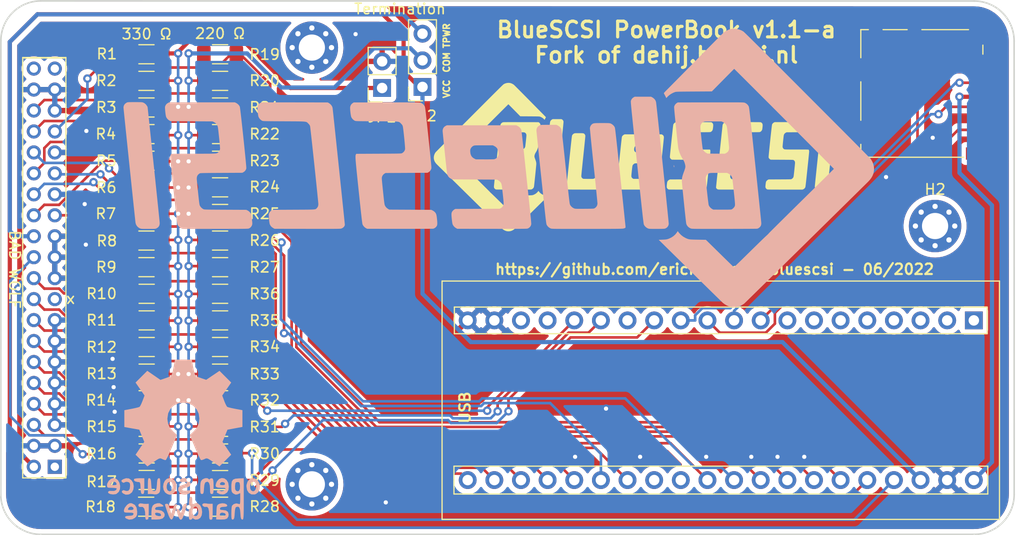
<source format=kicad_pcb>
(kicad_pcb (version 20211014) (generator pcbnew)
  (layers (0 "F.Cu" signal) (31 "B.Cu" signal) (34 "B.Paste" user) (35 "F.Paste" user) (36 "B.SilkS" user "B.Silkscreen") (37 "F.SilkS" user "F.Silkscreen") (38 "B.Mask" user) (39 "F.Mask" user) (44 "Edge.Cuts" user))
  (net 0 "")
  (net 1 "/SD_MOSI")
  (net 2 "/SD_CS")
  (net 3 "+3V3")
  (net 4 "/SD_CLK")
  (net 5 "GND")
  (net 6 "/SD_MISO")
  (net 9 "/SCSI_REQ")
  (net 10 "/SCSI_CD")
  (net 11 "/SCSI_IO")
  (net 12 "/SCSI_SEL")
  (net 13 "/SCSI_MSG")
  (net 14 "/SCSI_RST")
  (net 15 "/SCSI_ACK")
  (net 16 "/SCSI_BSY")
  (net 17 "/SCSI_ATN")
  (net 18 "/TERM_PWR")
  (net 19 "/SCSI_DBP")
  (net 20 "/SCSI_DAT7")
  (net 21 "/SCSI_DAT6")
  (net 23 "/SCSI_DAT5")
  (net 24 "/SCSI_DAT4")
  (net 25 "/SCSI_DAT3")
  (net 26 "/SCSI_DAT2")
  (net 27 "/SCSI_DAT1")
  (net 28 "/SCSI_DAT0")
  (net 29 "VCC")
  (net 31 "Net-(JP1-Pad1)")
  (net 49 "Net-(JP2-Pad2)")
  (footprint "Connector_Card:microSD_HC_Molex_104031-0811" (layer "F.Cu") (at 161.4125 85 -90)
    (fp_text reference "J1" hide)
    (fp_text value "Micro_SD_Card")
  )
  (footprint "Connector_PinSocket_2.54mm:PinSocket_1x02_P2.54mm_Vertical" (layer "F.Cu") (at 109.95 84.5 180)
    (fp_text reference "JP1")
    (fp_text value "TERM_ENABLE_GND" hide)
  )
  (footprint "Connector_PinSocket_2.54mm:PinSocket_1x03_P2.54mm_Vertical" (layer "F.Cu") (at 113.8 84.4 180)
    (fp_text reference "JP2")
    (fp_text value "TERM_VCC_ENABLE" hide)
  )
  (footprint "Resistor_SMD:R_1206_3216Metric_Pad1.30x1.75mm_HandSolder" (layer "F.Cu") (at 87.48 81.28 180)
    (fp_text reference "R1")
    (fp_text value "R")
  )
  (footprint "Resistor_SMD:R_1206_3216Metric_Pad1.30x1.75mm_HandSolder" (layer "F.Cu") (at 87.48 83.82 180)
    (fp_text reference "R2")
    (fp_text value "R")
  )
  (footprint "Resistor_SMD:R_1206_3216Metric_Pad1.30x1.75mm_HandSolder" (layer "F.Cu") (at 87.48 86.36 180)
    (fp_text reference "R3")
    (fp_text value "R")
  )
  (footprint "Resistor_SMD:R_1206_3216Metric_Pad1.30x1.75mm_HandSolder" (layer "F.Cu") (at 87.48 88.9 180)
    (fp_text reference "R4")
    (fp_text value "R")
  )
  (footprint "Resistor_SMD:R_1206_3216Metric_Pad1.30x1.75mm_HandSolder" (layer "F.Cu") (at 87.48 91.44 180)
    (fp_text reference "R5")
    (fp_text value "R")
  )
  (footprint "Resistor_SMD:R_1206_3216Metric_Pad1.30x1.75mm_HandSolder" (layer "F.Cu") (at 87.48 93.98 180)
    (fp_text reference "R6")
    (fp_text value "R")
  )
  (footprint "Resistor_SMD:R_1206_3216Metric_Pad1.30x1.75mm_HandSolder" (layer "F.Cu") (at 87.48 99.06 180)
    (fp_text reference "R8")
    (fp_text value "R")
  )
  (footprint "Resistor_SMD:R_1206_3216Metric_Pad1.30x1.75mm_HandSolder" (layer "F.Cu") (at 87.48 101.6 180)
    (fp_text reference "R9")
    (fp_text value "R")
  )
  (footprint "Resistor_SMD:R_1206_3216Metric_Pad1.30x1.75mm_HandSolder" (layer "F.Cu") (at 87.5 104.14 180)
    (fp_text reference "R10")
    (fp_text value "R")
  )
  (footprint "Resistor_SMD:R_1206_3216Metric_Pad1.30x1.75mm_HandSolder" (layer "F.Cu") (at 87.5 106.68 180)
    (fp_text reference "R11")
    (fp_text value "R")
  )
  (footprint "Resistor_SMD:R_1206_3216Metric_Pad1.30x1.75mm_HandSolder" (layer "F.Cu") (at 87.5 109.22 180)
    (fp_text reference "R12")
    (fp_text value "R")
  )
  (footprint "Resistor_SMD:R_1206_3216Metric_Pad1.30x1.75mm_HandSolder" (layer "F.Cu") (at 87.5 111.76 180)
    (fp_text reference "R13")
    (fp_text value "R")
  )
  (footprint "Resistor_SMD:R_1206_3216Metric_Pad1.30x1.75mm_HandSolder" (layer "F.Cu") (at 87.5 114.3 180)
    (fp_text reference "R14")
    (fp_text value "R")
  )
  (footprint "Resistor_SMD:R_1206_3216Metric_Pad1.30x1.75mm_HandSolder" (layer "F.Cu") (at 87.5 116.84 180)
    (fp_text reference "R15")
    (fp_text value "R")
  )
  (footprint "Resistor_SMD:R_1206_3216Metric_Pad1.30x1.75mm_HandSolder" (layer "F.Cu") (at 87.5 119.38 180)
    (fp_text reference "R16")
    (fp_text value "R")
  )
  (footprint "Resistor_SMD:R_1206_3216Metric_Pad1.30x1.75mm_HandSolder" (layer "F.Cu") (at 87.5 121.91 180)
    (fp_text reference "R17")
    (fp_text value "R")
  )
  (footprint "Resistor_SMD:R_1206_3216Metric_Pad1.30x1.75mm_HandSolder" (layer "F.Cu") (at 87.45 124.46 180)
    (fp_text reference "R18")
    (fp_text value "R")
  )
  (footprint "Resistor_SMD:R_1206_3216Metric_Pad1.30x1.75mm_HandSolder" (layer "F.Cu") (at 94.5 81.28)
    (fp_text reference "R19")
    (fp_text value "R")
  )
  (footprint "Resistor_SMD:R_1206_3216Metric_Pad1.30x1.75mm_HandSolder" (layer "F.Cu") (at 94.5 83.82)
    (fp_text reference "R20")
    (fp_text value "R")
  )
  (footprint "Resistor_SMD:R_1206_3216Metric_Pad1.30x1.75mm_HandSolder" (layer "F.Cu") (at 94.5 86.36)
    (fp_text reference "R21")
    (fp_text value "R")
  )
  (footprint "Resistor_SMD:R_1206_3216Metric_Pad1.30x1.75mm_HandSolder" (layer "F.Cu") (at 94.5 88.9)
    (fp_text reference "R22")
    (fp_text value "R")
  )
  (footprint "Resistor_SMD:R_1206_3216Metric_Pad1.30x1.75mm_HandSolder" (layer "F.Cu") (at 94.5 91.44)
    (fp_text reference "R23")
    (fp_text value "R")
  )
  (footprint "Resistor_SMD:R_1206_3216Metric_Pad1.30x1.75mm_HandSolder" (layer "F.Cu") (at 94.5 93.98)
    (fp_text reference "R24")
    (fp_text value "R")
  )
  (footprint "Resistor_SMD:R_1206_3216Metric_Pad1.30x1.75mm_HandSolder" (layer "F.Cu") (at 94.5 96.52)
    (fp_text reference "R25")
    (fp_text value "R")
  )
  (footprint "Resistor_SMD:R_1206_3216Metric_Pad1.30x1.75mm_HandSolder" (layer "F.Cu") (at 94.5 99.06)
    (fp_text reference "R26")
    (fp_text value "R")
  )
  (footprint "Resistor_SMD:R_1206_3216Metric_Pad1.30x1.75mm_HandSolder" (layer "F.Cu") (at 94.5 101.6)
    (fp_text reference "R27")
    (fp_text value "R")
  )
  (footprint "Resistor_SMD:R_1206_3216Metric_Pad1.30x1.75mm_HandSolder" (layer "F.Cu") (at 94.5 124.46)
    (fp_text reference "R28")
    (fp_text value "R")
  )
  (footprint "Resistor_SMD:R_1206_3216Metric_Pad1.30x1.75mm_HandSolder" (layer "F.Cu") (at 94.5 121.92)
    (fp_text reference "R29")
    (fp_text value "R")
  )
  (footprint "Resistor_SMD:R_1206_3216Metric_Pad1.30x1.75mm_HandSolder" (layer "F.Cu") (at 94.5 119.38)
    (fp_text reference "R30")
    (fp_text value "R")
  )
  (footprint "Resistor_SMD:R_1206_3216Metric_Pad1.30x1.75mm_HandSolder" (layer "F.Cu") (at 94.5 116.84)
    (fp_text reference "R31")
    (fp_text value "R")
  )
  (footprint "Resistor_SMD:R_1206_3216Metric_Pad1.30x1.75mm_HandSolder" (layer "F.Cu") (at 94.5 114.3)
    (fp_text reference "R32")
    (fp_text value "R")
  )
  (footprint "Resistor_SMD:R_1206_3216Metric_Pad1.30x1.75mm_HandSolder" (layer "F.Cu") (at 94.5 111.76)
    (fp_text reference "R33")
    (fp_text value "R")
  )
  (footprint "Resistor_SMD:R_1206_3216Metric_Pad1.30x1.75mm_HandSolder" (layer "F.Cu") (at 94.5 109.22)
    (fp_text reference "R34")
    (fp_text value "R")
  )
  (footprint "Resistor_SMD:R_1206_3216Metric_Pad1.30x1.75mm_HandSolder" (layer "F.Cu") (at 94.5 106.68)
    (fp_text reference "R35")
    (fp_text value "R")
  )
  (footprint "Resistor_SMD:R_1206_3216Metric_Pad1.30x1.75mm_HandSolder" (layer "F.Cu") (at 94.5 104.14)
    (fp_text reference "R36")
    (fp_text value "R")
  )
  (footprint "Footprints:YAAJ_BluePill_2" (layer "F.Cu") (at 118.11 121.92 90)
    (fp_text reference "U1" hide)
    (fp_text value "YAAJ_BluePill_Part_Like" hide)
  )
  (footprint "Resistor_SMD:R_1206_3216Metric_Pad1.30x1.75mm_HandSolder" (layer "F.Cu") (at 87.48 96.52 180)
    (fp_text reference "R7")
    (fp_text value "R")
  )
  (footprint "MountingHole:MountingHole_2.5mm_Pad_Via" (layer "F.Cu") (at 162.674175 97.674175)
    (fp_text reference "H2")
    (fp_text value "MountingHole_Pad")
  )
  (footprint "MountingHole:MountingHole_2.5mm_Pad_Via" (layer "F.Cu") (at 103.25 80.645)
    (fp_text reference "H3" hide)
    (fp_text value "MountingHole_Pad")
  )
  (footprint "LOGO" (layer "F.Cu") (at 134 91)
    (fp_text reference "G***" hide)
    (fp_text value "LOGO" hide)
  )
  (footprint "MountingHole:MountingHole_2.5mm_Pad_Via" (layer "F.Cu") (at 103.25 122.325)
    (fp_text reference "H1" hide)
    (fp_text value "MountingHole_Pad")
  )
  (footprint "Connector_PinSocket_2.00mm:PinSocket_2x20_P2.00mm_Vertical" (layer "B.Cu") (at 78.74 120.65)
    (fp_text reference "J2" hide)
    (fp_text value "Conn_02x20_Odd_Even" hide)
  )
  (footprint "LOGO" (layer "B.Cu") (at 121 91.95 180)
    (fp_text reference "G***" hide)
    (fp_text value "LOGO" hide)
  )
  (footprint "LOGO" (layer "B.Cu") (at 91 118 180)
    (fp_text reference "G***" hide)
    (fp_text value "LOGO" hide)
  )
  (gr_line (start 166.405923 127.1) (end 77.4 127.1) (layer "Edge.Cuts") (width 0.15))
  (gr_line (start 77.41 76.19) (end 166.4 76.2) (layer "Edge.Cuts") (width 0.15))
  (gr_arc (start 73.6 80) (mid 74.715922 77.305922) (end 77.41 76.19) (layer "Edge.Cuts") (width 0.15))
  (gr_line (start 73.59 123.29) (end 73.6 80) (layer "Edge.Cuts") (width 0.15))
  (gr_arc (start 166.4 76.2) (mid 169.094077 77.315923) (end 170.21 80.01) (layer "Edge.Cuts") (width 0.15))
  (gr_arc (start 170.215923 123.29) (mid 169.1 125.984077) (end 166.405923 127.1) (layer "Edge.Cuts") (width 0.15))
  (gr_line (start 170.21 80.01) (end 170.215923 123.29) (layer "Edge.Cuts") (width 0.15))
  (gr_arc (start 77.4 127.1) (mid 74.705923 125.984077) (end 73.59 123.29) (layer "Edge.Cuts") (width 0.15))
  (gr_text "220 Ω" (at 94.5 79.3) (layer "F.SilkS") (effects (font (size 1 1))))
  (gr_text "COM" (at 116.1 82.05 90) (layer "F.SilkS") (effects (font (size 0.6 0.6))))
  (gr_text "x" (at 80.25 104.6) (layer "F.SilkS") (effects (font (size 1 1)) (justify mirror)))
  (gr_text "USB" (at 117.85 115 90) (layer "F.SilkS") (effects (font (size 1 1) (thickness 0.2))))
  (gr_text "TPWR" (at 116.1 79.51 90) (layer "F.SilkS") (effects (font (size 0.6 0.6))))
  (gr_text "https://github.com/erichelgeson/bluescsi - 06/2022" (at 141.65 101.8) (layer "F.SilkS") (effects (font (size 1 1) (thickness 0.2))))
  (gr_text "BAD WOLF" (at 74.91 101.82 270) (layer "F.SilkS") (effects (font (size 1 1))))
  (gr_text "VCC" (at 116.1 84.59 90) (layer "F.SilkS") (effects (font (size 0.6 0.6))))
  (gr_text "Termination" (at 111.65 76.95) (layer "F.SilkS") (effects (font (size 1 1))))
  (gr_text "BlueSCSI PowerBook v1.1-a\nFork of dehij.hiddej.nl" (at 137.05 80.15) (layer "F.SilkS") (effects (font (size 1.5 1.5) (thickness 0.3))))
  (gr_text "330 Ω" (at 87.5 79.35) (layer "F.SilkS") (effects (font (size 1 1))))
  (segment (start 165 84) (end 166.243478 84) (width 0.25) (layer "F.Cu") (net 1))
  (segment (start 166.338478 84.095) (end 166.8625 84.095) (width 0.25) (layer "F.Cu") (net 1))
  (segment (start 166.243478 84) (end 166.338478 84.095) (width 0.25) (layer "F.Cu") (net 1))
  (via (at 165 84) (size 0.8) (drill 0.4) (layers "F.Cu" "B.Cu") (net 1))
  (segment (start 139.795489 106.68) (end 138.43 106.68) (width 0.25) (layer "B.Cu") (net 1))
  (segment (start 143.144511 105.505489) (end 140.483501 105.505489) (width 0.25) (layer "B.Cu") (net 1))
  (segment (start 165 84) (end 164.65 84) (width 0.25) (layer "B.Cu") (net 1))
  (segment (start 139.795489 106.193501) (end 139.795489 106.68) (width 0.25) (layer "B.Cu") (net 1))
  (segment (start 140.483501 105.505489) (end 139.795489 106.193501) (width 0.25) (layer "B.Cu") (net 1))
  (segment (start 164.65 84) (end 143.144511 105.505489) (width 0.25) (layer "B.Cu") (net 1))
  (segment (start 161 85) (end 163.005 82.995) (width 0.25) (layer "F.Cu") (net 2))
  (segment (start 146.05 106.68) (end 161 91.73) (width 0.25) (layer "F.Cu") (net 2))
  (segment (start 163.005 82.995) (end 166.8625 82.995) (width 0.25) (layer "F.Cu") (net 2))
  (segment (start 161 91.73) (end 161 85) (width 0.25) (layer "F.Cu") (net 2))
  (segment (start 165 85.337299) (end 166.720201 85.337299) (width 0.4) (layer "F.Cu") (net 3))
  (via (at 165 85.337299) (size 0.8) (drill 0.4) (layers "F.Cu" "B.Cu") (net 3))
  (segment (start 168.1 95.7) (end 168.1 120.19) (width 0.4) (layer "B.Cu") (net 3))
  (segment (start 165 85.337299) (end 165 92.6) (width 0.4) (layer "B.Cu") (net 3))
  (segment (start 165 92.6) (end 168.1 95.7) (width 0.4) (layer "B.Cu") (net 3))
  (segment (start 168.1 120.19) (end 166.37 121.92) (width 0.4) (layer "B.Cu") (net 3))
  (segment (start 163.705 86.295) (end 166.8625 86.295) (width 0.25) (layer "F.Cu") (net 4))
  (segment (start 163 87) (end 163.705 86.295) (width 0.25) (layer "F.Cu") (net 4))
  (via (at 163 87) (size 0.8) (drill 0.4) (layers "F.Cu" "B.Cu") (net 4))
  (segment (start 143.51 105.775718) (end 143.51 106.68) (width 0.25) (layer "B.Cu") (net 4))
  (segment (start 163 87) (end 162.285718 87) (width 0.25) (layer "B.Cu") (net 4))
  (segment (start 162.285718 87) (end 143.51 105.775718) (width 0.25) (layer "B.Cu") (net 4))
  (via (at 145.15 119.7) (size 0.8) (drill 0.4) (layers "F.Cu" "B.Cu") (net 5))
  (via (at 81.75 88.6) (size 0.8) (drill 0.4) (layers "F.Cu" "B.Cu") (net 5))
  (via (at 107.42 79.36) (size 0.8) (drill 0.4) (layers "F.Cu" "B.Cu") (net 5))
  (via (at 158 93) (size 0.8) (drill 0.4) (layers "F.Cu" "B.Cu") (net 5))
  (via (at 131.3 115.1) (size 0.8) (drill 0.4) (layers "F.Cu" "B.Cu") (net 5))
  (via (at 84.45 115.4) (size 0.8) (drill 0.4) (layers "F.Cu" "B.Cu") (net 5))
  (via (at 128.35 119.7) (size 0.8) (drill 0.4) (layers "F.Cu" "B.Cu") (net 5))
  (via (at 134.55 119.7) (size 0.8) (drill 0.4) (layers "F.Cu" "B.Cu") (net 5))
  (via (at 81.7 99.45) (size 0.8) (drill 0.4) (layers "F.Cu" "B.Cu") (net 5))
  (via (at 75.25 103.65) (size 0.8) (drill 0.4) (layers "F.Cu" "B.Cu") (net 5))
  (via (at 150.2 119.7) (size 0.8) (drill 0.4) (layers "F.Cu" "B.Cu") (net 5))
  (via (at 147.65 119.7) (size 0.8) (drill 0.4) (layers "F.Cu" "B.Cu") (net 5))
  (via (at 81.59 95.58) (size 0.8) (drill 0.4) (layers "F.Cu" "B.Cu") (net 5))
  (via (at 84.35 113.05) (size 0.8) (drill 0.4) (layers "F.Cu" "B.Cu") (net 5))
  (via (at 84.25 110.35) (size 0.8) (drill 0.4) (layers "F.Cu" "B.Cu") (net 5))
  (via (at 162.45 89.25) (size 0.8) (drill 0.4) (layers "F.Cu" "B.Cu") (net 5))
  (via (at 140.85 119.7) (size 0.8) (drill 0.4) (layers "F.Cu" "B.Cu") (net 5))
  (via (at 110.3 124.05) (size 0.8) (drill 0.4) (layers "F.Cu" "B.Cu") (net 5))
  (segment (start 164.870718 88.495) (end 166.8625 88.495) (width 0.25) (layer "F.Cu") (net 6))
  (segment (start 146.536499 107.854511) (end 147.4 106.99101) (width 0.25) (layer "F.Cu") (net 6))
  (segment (start 147.4 105.965718) (end 164.870718 88.495) (width 0.25) (layer "F.Cu") (net 6))
  (segment (start 147.4 106.99101) (end 147.4 105.965718) (width 0.25) (layer "F.Cu") (net 6))
  (segment (start 140.97 106.68) (end 142.144511 107.854511) (width 0.25) (layer "F.Cu") (net 6))
  (segment (start 142.144511 107.854511) (end 146.536499 107.854511) (width 0.25) (layer "F.Cu") (net 6))
  (segment (start 146.06096 116.85096) (end 151.13 121.92) (width 0.25) (layer "F.Cu") (net 9))
  (segment (start 96.05 83.82) (end 98.8226 86.5926) (width 0.25) (layer "F.Cu") (net 9))
  (segment (start 87.27952 85.01952) (end 86.08 83.82) (width 0.25) (layer "F.Cu") (net 9))
  (segment (start 95.53 83.82) (end 94.33048 85.01952) (width 0.25) (layer "F.Cu") (net 9))
  (segment (start 84.099511 85.650489) (end 77.739511 85.650489) (width 0.25) (layer "F.Cu") (net 9))
  (segment (start 109.393832 116.85096) (end 146.06096 116.85096) (width 0.25) (layer "F.Cu") (net 9))
  (segment (start 101.774031 109.231159) (end 109.393832 116.85096) (width 0.25) (layer "F.Cu") (net 9))
  (segment (start 77.739511 85.650489) (end 76.74 86.65) (width 0.25) (layer "F.Cu") (net 9))
  (segment (start 98.8226 86.5926) (end 98.8226 96.038741) (width 0.25) (layer "F.Cu") (net 9))
  (segment (start 85.93 83.82) (end 84.099511 85.650489) (width 0.25) (layer "F.Cu") (net 9))
  (segment (start 101.774031 98.990173) (end 101.774031 109.231159) (width 0.25) (layer "F.Cu") (net 9))
  (segment (start 98.8226 96.038741) (end 101.774031 98.990173) (width 0.25) (layer "F.Cu") (net 9))
  (segment (start 94.33048 85.01952) (end 87.27952 85.01952) (width 0.25) (layer "F.Cu") (net 9))
  (segment (start 77.739511 87.650489) (end 76.74 88.65) (width 0.25) (layer "F.Cu") (net 10))
  (segment (start 97.15 87.46) (end 97.16 87.46) (width 0.25) (layer "F.Cu") (net 10))
  (segment (start 143.97048 117.30048) (end 148.59 121.92) (width 0.25) (layer "F.Cu") (net 10))
  (segment (start 101.324511 109.417357) (end 109.207634 117.30048) (width 0.25) (layer "F.Cu") (net 10))
  (segment (start 98.37308 88.67308) (end 98.37308 96.224939) (width 0.25) (layer "F.Cu") (net 10))
  (segment (start 94.70952 87.70048) (end 87.27048 87.70048) (width 0.25) (layer "F.Cu") (net 10))
  (segment (start 84.639511 87.650489) (end 77.739511 87.650489) (width 0.25) (layer "F.Cu") (net 10))
  (segment (start 101.324511 99.17637) (end 101.324511 109.417357) (width 0.25) (layer "F.Cu") (net 10))
  (segment (start 85.93 86.36) (end 84.639511 87.650489) (width 0.25) (layer "F.Cu") (net 10))
  (segment (start 96.05 86.36) (end 97.15 87.46) (width 0.25) (layer "F.Cu") (net 10))
  (segment (start 97.16 87.46) (end 98.37308 88.67308) (width 0.25) (layer "F.Cu") (net 10))
  (segment (start 96.05 86.36) (end 94.70952 87.70048) (width 0.25) (layer "F.Cu") (net 10))
  (segment (start 87.27048 87.70048) (end 85.93 86.36) (width 0.25) (layer "F.Cu") (net 10))
  (segment (start 98.37308 96.224939) (end 101.324511 99.17637) (width 0.25) (layer "F.Cu") (net 10))
  (segment (start 109.207634 117.30048) (end 143.97048 117.30048) (width 0.25) (layer "F.Cu") (net 10))
  (segment (start 148.15144 116.40144) (end 153.67 121.92) (width 0.25) (layer "F.Cu") (net 11))
  (segment (start 102.223551 98.803976) (end 102.223551 108.923551) (width 0.25) (layer "F.Cu") (net 11))
  (segment (start 95.53 81.28) (end 94.263281 82.546719) (width 0.25) (layer "F.Cu") (net 11))
  (segment (start 85.93 81.28) (end 84.17 81.28) (width 0.25) (layer "F.Cu") (net 11))
  (segment (start 94.263281 82.546719) (end 87.346719 82.546719) (width 0.25) (layer "F.Cu") (net 11))
  (segment (start 99.27212 95.852543) (end 102.223551 98.803976) (width 0.25) (layer "F.Cu") (net 11))
  (segment (start 99.27212 84.12212) (end 99.27212 95.852543) (width 0.25) (layer "F.Cu") (net 11))
  (segment (start 102.223551 108.923551) (end 109.70144 116.40144) (width 0.25) (layer "F.Cu") (net 11))
  (segment (start 109.70144 116.40144) (end 148.15144 116.40144) (width 0.25) (layer "F.Cu") (net 11))
  (segment (start 87.346719 82.546719) (end 86.08 81.28) (width 0.25) (layer "F.Cu") (net 11))
  (segment (start 96.43 81.28) (end 99.27212 84.12212) (width 0.25) (layer "F.Cu") (net 11))
  (segment (start 84.17 81.28) (end 81.85 83.6) (width 0.25) (layer "F.Cu") (net 11))
  (via (at 81.85 83.6) (size 0.8) (drill 0.4) (layers "F.Cu" "B.Cu") (net 11))
  (segment (start 81.85 85.54) (end 78.74 88.65) (width 0.25) (layer "B.Cu") (net 11))
  (segment (start 81.85 83.6) (end 81.85 85.54) (width 0.25) (layer "B.Cu") (net 11))
  (segment (start 85.7255 93.98) (end 85.93 93.98) (width 0.25) (layer "F.Cu") (net 12))
  (segment (start 97.02452 94.95452) (end 97.02452 97.561309) (width 0.25) (layer "F.Cu") (net 12))
  (segment (start 87.12952 95.17952) (end 85.93 93.98) (width 0.25) (layer "F.Cu") (net 12))
  (segment (start 99.79952 100.336309) (end 99.79952 108.528084) (width 0.25) (layer "F.Cu") (net 12))
  (segment (start 141.88 117.75) (end 146.05 121.92) (width 0.25) (layer "F.Cu") (net 12))
  (segment (start 109.021436 117.75) (end 141.88 117.75) (width 0.25) (layer "F.Cu") (net 12))
  (segment (start 94.85048 95.17952) (end 87.12952 95.17952) (width 0.25) (layer "F.Cu") (net 12))
  (segment (start 99.79952 108.528084) (end 109.021436 117.75) (width 0.25) (layer "F.Cu") (net 12))
  (segment (start 83.91 92.1645) (end 85.7255 93.98) (width 0.25) (layer "F.Cu") (net 12))
  (segment (start 96.05 93.98) (end 97.02452 94.95452) (width 0.25) (layer "F.Cu") (net 12))
  (segment (start 97.02452 97.561309) (end 99.79952 100.336309) (width 0.25) (layer "F.Cu") (net 12))
  (segment (start 96.05 93.98) (end 94.85048 95.17952) (width 0.25) (layer "F.Cu") (net 12))
  (via (at 83.91 92.1645) (size 0.8) (drill 0.4) (layers "F.Cu" "B.Cu") (net 12))
  (segment (start 83.395011 91.649511) (end 77.739511 91.649511) (width 0.25) (layer "B.Cu") (net 12))
  (segment (start 83.91 92.1645) (end 83.395011 91.649511) (width 0.25) (layer "B.Cu") (net 12))
  (segment (start 77.739511 91.649511) (end 76.74 90.65) (width 0.25) (layer "B.Cu") (net 12))
  (segment (start 100.038236 99.238236) (end 97.92356 97.12356) (width 0.25) (layer "F.Cu") (net 13))
  (segment (start 97.92356 97.12356) (end 97.92356 90.77356) (width 0.25) (layer "F.Cu") (net 13))
  (segment (start 100.361763 99.238236) (end 100.038236 99.238236) (width 0.25) (layer "F.Cu") (net 13))
  (segment (start 97.92356 90.77356) (end 96.05 88.9) (width 0.25) (layer "F.Cu") (net 13))
  (segment (start 78.32501 89.650489) (end 77.739511 90.235988) (width 0.25) (layer "F.Cu") (net 13))
  (segment (start 77.739511 90.235988) (end 77.739511 91.650489) (width 0.25) (layer "F.Cu") (net 13))
  (segment (start 85.179511 89.650489) (end 78.32501 89.650489) (width 0.25) (layer "F.Cu") (net 13))
  (segment (start 94.70952 90.24048) (end 87.27048 90.24048) (width 0.25) (layer "F.Cu") (net 13))
  (segment (start 96.05 88.9) (end 94.70952 90.24048) (width 0.25) (layer "F.Cu") (net 13))
  (segment (start 85.93 88.9) (end 85.179511 89.650489) (width 0.25) (layer "F.Cu") (net 13))
  (segment (start 87.27048 90.24048) (end 85.93 88.9) (width 0.25) (layer "F.Cu") (net 13))
  (segment (start 77.739511 91.650489) (end 76.74 92.65) (width 0.25) (layer "F.Cu") (net 13))
  (via (at 100.361763 99.238236) (size 0.8) (drill 0.4) (layers "F.Cu" "B.Cu") (net 13))
  (segment (start 116.612064 114.40096) (end 119.206829 114.40096) (width 0.25) (layer "B.Cu") (net 13))
  (segment (start 119.206829 114.40096) (end 119.481832 114.125958) (width 0.25) (layer "B.Cu") (net 13))
  (segment (start 142.335489 120.745489) (end 143.51 121.92) (width 0.25) (layer "B.Cu") (net 13))
  (segment (start 116.611584 114.40048) (end 116.612064 114.40096) (width 0.25) (layer "B.Cu") (net 13))
  (segment (start 100.361763 99.238236) (end 100.299897 99.300102) (width 0.25) (layer "B.Cu") (net 13))
  (segment (start 100.299897 106.575283) (end 108.125094 114.40048) (width 0.25) (layer "B.Cu") (net 13))
  (segment (start 133.125958 114.125958) (end 139.745489 120.745489) (width 0.25) (layer "B.Cu") (net 13))
  (segment (start 100.299897 99.300102) (end 100.299897 106.575283) (width 0.25) (layer "B.Cu") (net 13))
  (segment (start 139.745489 120.745489) (end 142.335489 120.745489) (width 0.25) (layer "B.Cu") (net 13))
  (segment (start 119.481832 114.125958) (end 133.125958 114.125958) (width 0.25) (layer "B.Cu") (net 13))
  (segment (start 108.125094 114.40048) (end 116.611584 114.40048) (width 0.25) (layer "B.Cu") (net 13))
  (segment (start 94.85048 97.71952) (end 87.12952 97.71952) (width 0.25) (layer "F.Cu") (net 14))
  (segment (start 99.35 108.714282) (end 109.036678 118.40096) (width 0.25) (layer "F.Cu") (net 14))
  (segment (start 87.12952 97.71952) (end 85.93 96.52) (width 0.25) (layer "F.Cu") (net 14))
  (segment (start 84.81 94.456371) (end 84.81 95.4) (width 0.25) (layer "F.Cu") (net 14))
  (segment (start 96.05 97.222507) (end 99.35 100.522507) (width 0.25) (layer "F.Cu") (net 14))
  (segment (start 83.090875 92.737246) (end 84.81 94.456371) (width 0.25) (layer "F.Cu") (net 14))
  (segment (start 84.81 95.4) (end 85.93 96.52) (width 0.25) (layer "F.Cu") (net 14))
  (segment (start 96.05 96.52) (end 94.85048 97.71952) (width 0.25) (layer "F.Cu") (net 14))
  (segment (start 99.35 100.522507) (end 99.35 108.714282) (width 0.25) (layer "F.Cu") (net 14))
  (segment (start 109.036678 118.40096) (end 137.45096 118.40096) (width 0.25) (layer "F.Cu") (net 14))
  (segment (start 137.45096 118.40096) (end 140.97 121.92) (width 0.25) (layer "F.Cu") (net 14))
  (via (at 83.090875 92.737246) (size 0.8) (drill 0.4) (layers "F.Cu" "B.Cu") (net 14))
  (segment (start 78.827246 92.737246) (end 78.74 92.65) (width 0.25) (layer "B.Cu") (net 14))
  (segment (start 83.090875 92.737246) (end 78.827246 92.737246) (width 0.25) (layer "B.Cu") (net 14))
  (segment (start 97.21 99.06) (end 98.85 100.7) (width 0.25) (layer "F.Cu") (net 15))
  (segment (start 98.85 100.7) (end 98.85 108.85) (width 0.25) (layer "F.Cu") (net 15))
  (segment (start 96.05 99.06) (end 97.21 99.06) (width 0.25) (layer "F.Cu") (net 15))
  (segment (start 98.85 108.85) (end 108.85048 118.85048) (width 0.25) (layer "F.Cu") (net 15))
  (segment (start 96.05 99.06) (end 94.85048 100.25952) (width 0.25) (layer "F.Cu") (net 15))
  (segment (start 130.28048 118.85048) (end 133.35 121.92) (width 0.25) (layer "F.Cu") (net 15))
  (segment (start 84.36048 95.586198) (end 84.79 96.015718) (width 0.25) (layer "F.Cu") (net 15))
  (segment (start 84.79 96.015718) (end 84.79 98.44) (width 0.25) (layer "F.Cu") (net 15))
  (segment (start 84.36048 95.417426) (end 84.36048 95.586198) (width 0.25) (layer "F.Cu") (net 15))
  (segment (start 108.85048 118.85048) (end 130.28048 118.85048) (width 0.25) (layer "F.Cu") (net 15))
  (segment (start 94.85048 100.25952) (end 87.12952 100.25952) (width 0.25) (layer "F.Cu") (net 15))
  (segment (start 84.79 98.44) (end 85.41 99.06) (width 0.25) (layer "F.Cu") (net 15))
  (segment (start 87.12952 100.25952) (end 85.93 99.06) (width 0.25) (layer "F.Cu") (net 15))
  (segment (start 82.43111 93.488056) (end 84.36048 95.417426) (width 0.25) (layer "F.Cu") (net 15))
  (via (at 82.43111 93.488056) (size 0.8) (drill 0.4) (layers "F.Cu" "B.Cu") (net 15))
  (segment (start 82.43111 93.488056) (end 82.268677 93.650489) (width 0.25) (layer "B.Cu") (net 15))
  (segment (start 82.268677 93.650489) (end 77.739511 93.650489) (width 0.25) (layer "B.Cu") (net 15))
  (segment (start 77.739511 93.650489) (end 76.74 94.65) (width 0.25) (layer "B.Cu") (net 15))
  (segment (start 97.47404 92.86404) (end 97.47404 97.375111) (width 0.25) (layer "F.Cu") (net 16))
  (segment (start 94.85048 92.63952) (end 87.12952 92.63952) (width 0.25) (layer "F.Cu") (net 16))
  (segment (start 79.153034 95.650489) (end 77.739511 95.650489) (width 0.25) (layer "F.Cu") (net 16))
  (segment (start 83.363523 91.44) (end 79.153034 95.650489) (width 0.25) (layer "F.Cu") (net 16))
  (segment (start 100.6 100.501071) (end 100.6 107.9) (width 0.25) (layer "F.Cu") (net 16))
  (segment (start 77.739511 95.650489) (end 76.74 96.65) (width 0.25) (layer "F.Cu") (net 16))
  (segment (start 96.05 91.44) (end 97.47404 92.86404) (width 0.25) (layer "F.Cu") (net 16))
  (segment (start 85.93 91.44) (end 83.363523 91.44) (width 0.25) (layer "F.Cu") (net 16))
  (segment (start 96.05 91.44) (end 94.85048 92.63952) (width 0.25) (layer "F.Cu") (net 16))
  (segment (start 87.12952 92.63952) (end 85.93 91.44) (width 0.25) (layer "F.Cu") (net 16))
  (segment (start 97.47404 97.375111) (end 100.6 100.501071) (width 0.25) (layer "F.Cu") (net 16))
  (via (at 100.6 107.9) (size 0.8) (drill 0.4) (layers "F.Cu" "B.Cu") (net 16))
  (segment (start 100.988896 107.9) (end 107.938896 114.85) (width 0.25) (layer "B.Cu") (net 16))
  (segment (start 116.425386 114.85) (end 116.425866 114.85048) (width 0.25) (layer "B.Cu") (net 16))
  (segment (start 125.975478 114.575478) (end 130.81 119.41) (width 0.25) (layer "B.Cu") (net 16))
  (segment (start 119.668029 114.575478) (end 125.975478 114.575478) (width 0.25) (layer "B.Cu") (net 16))
  (segment (start 100.6 107.9) (end 100.988896 107.9) (width 0.25) (layer "B.Cu") (net 16))
  (segment (start 130.81 119.41) (end 130.81 121.92) (width 0.25) (layer "B.Cu") (net 16))
  (segment (start 116.425866 114.85048) (end 119.393027 114.85048) (width 0.25) (layer "B.Cu") (net 16))
  (segment (start 107.938896 114.85) (end 116.425386 114.85) (width 0.25) (layer "B.Cu") (net 16))
  (segment (start 119.393027 114.85048) (end 119.668029 114.575478) (width 0.25) (layer "B.Cu") (net 16))
  (segment (start 98.35 109.15) (end 98.35 102.25) (width 0.25) (layer "F.Cu") (net 17))
  (segment (start 125.65 119.3) (end 108.5 119.3) (width 0.25) (layer "F.Cu") (net 17))
  (segment (start 97.7 101.6) (end 96.05 101.6) (width 0.25) (layer "F.Cu") (net 17))
  (segment (start 85.93 101.6) (end 84.95548 100.62548) (width 0.25) (layer "F.Cu") (net 17))
  (segment (start 82.35 96.65) (end 78.74 96.65) (width 0.25) (layer "F.Cu") (net 17))
  (segment (start 128.27 121.92) (end 125.65 119.3) (width 0.25) (layer "F.Cu") (net 17))
  (segment (start 98.35 102.25) (end 97.7 101.6) (width 0.25) (layer "F.Cu") (net 17))
  (segment (start 84.95548 99.25548) (end 82.35 96.65) (width 0.25) (layer "F.Cu") (net 17))
  (segment (start 94.70952 102.94048) (end 87.27048 102.94048) (width 0.25) (layer "F.Cu") (net 17))
  (segment (start 96.05 101.6) (end 94.70952 102.94048) (width 0.25) (layer "F.Cu") (net 17))
  (segment (start 108.5 119.3) (end 98.35 109.15) (width 0.25) (layer "F.Cu") (net 17))
  (segment (start 84.95548 100.62548) (end 84.95548 99.25548) (width 0.25) (layer "F.Cu") (net 17))
  (segment (start 87.27048 102.94048) (end 85.93 101.6) (width 0.25) (layer "F.Cu") (net 17))
  (segment (start 77.08 77.47) (end 111.95 77.47) (width 0.4) (layer "B.Cu") (net 18))
  (segment (start 111.95 77.47) (end 113.8 79.32) (width 0.4) (layer "B.Cu") (net 18))
  (segment (start 74.45 80.1) (end 77.08 77.47) (width 0.4) (layer "B.Cu") (net 18))
  (segment (start 74.45 98.15) (end 74.45 80.1) (width 0.4) (layer "B.Cu") (net 18))
  (segment (start 74.95 98.65) (end 74.45 98.15) (width 0.4) (layer "B.Cu") (net 18))
  (segment (start 76.74 98.65) (end 74.95 98.65) (width 0.4) (layer "B.Cu") (net 18))
  (segment (start 84.8 123.31) (end 84.8 121.405718) (width 0.25) (layer "F.Cu") (net 19))
  (segment (start 97.71 122.8) (end 96.05 124.46) (width 0.25) (layer "F.Cu") (net 19))
  (segment (start 82.844282 119.45) (end 81.4 119.45) (width 0.25) (layer "F.Cu") (net 19))
  (segment (start 122 114.221437) (end 127.917405 108.304031) (width 0.25) (layer "F.Cu") (net 19))
  (segment (start 97.71 122.79) (end 97.71 122.8) (width 0.25) (layer "F.Cu") (net 19))
  (segment (start 87.14952 125.65952) (end 85.95 124.46) (width 0.25) (layer "F.Cu") (net 19))
  (segment (start 99.5 121) (end 97.71 122.79) (width 0.25) (layer "F.Cu") (net 19))
  (segment (start 127.917405 108.304031) (end 134.265969 108.304031) (width 0.25) (layer "F.Cu") (net 19))
  (segment (start 85.95 124.46) (end 84.8 123.31) (width 0.25) (layer "F.Cu") (net 19))
  (segment (start 122 115.349117) (end 122 114.221437) (width 0.25) (layer "F.Cu") (net 19))
  (segment (start 134.265969 108.304031) (end 135.89 106.68) (width 0.25) (layer "F.Cu") (net 19))
  (segment (start 84.8 121.405718) (end 82.844282 119.45) (width 0.25) (layer "F.Cu") (net 19))
  (segment (start 94.85048 125.65952) (end 87.14952 125.65952) (width 0.25) (layer "F.Cu") (net 19))
  (segment (start 96.05 124.46) (end 94.85048 125.65952) (width 0.25) (layer "F.Cu") (net 19))
  (via (at 122 115.349117) (size 0.8) (drill 0.4) (layers "F.Cu" "B.Cu") (net 19))
  (via (at 99.5 121) (size 0.8) (drill 0.4) (layers "F.Cu" "B.Cu") (net 19))
  (via (at 81.4 119.45) (size 0.8) (drill 0.4) (layers "F.Cu" "B.Cu") (net 19))
  (segment (start 74.5 102.89) (end 76.74 100.65) (width 0.25) (layer "B.Cu") (net 19))
  (segment (start 116.238708 116.19904) (end 104.30096 116.19904) (width 0.25) (layer "B.Cu") (net 19))
  (segment (start 79.599511 117.649511) (end 76.325988 117.649511) (width 0.25) (layer "B.Cu") (net 19))
  (segment (start 74.5 115.823523) (end 74.5 102.89) (width 0.25) (layer "B.Cu") (net 19))
  (segment (start 120.875097 116.47402) (end 116.513688 116.47402) (width 0.25) (layer "B.Cu") (net 19))
  (segment (start 76.325988 117.649511) (end 74.5 115.823523) (width 0.25) (layer "B.Cu") (net 19))
  (segment (start 122 115.349117) (end 120.875097 116.47402) (width 0.25) (layer "B.Cu") (net 19))
  (segment (start 116.513688 116.47402) (end 116.238708 116.19904) (width 0.25) (layer "B.Cu") (net 19))
  (segment (start 104.30096 116.19904) (end 99.5 121) (width 0.25) (layer "B.Cu") (net 19))
  (segment (start 81.4 119.45) (end 79.599511 117.649511) (width 0.25) (layer "B.Cu") (net 19))
  (segment (start 97.9 109.496449) (end 97.9 104.9) (width 0.25) (layer "F.Cu") (net 20))
  (segment (start 87.29048 105.48048) (end 85.95 104.14) (width 0.25) (layer "F.Cu") (net 20))
  (segment (start 94.70952 105.48048) (end 87.29048 105.48048) (width 0.25) (layer "F.Cu") (net 20))
  (segment (start 77.740489 103.650489) (end 76.74 102.65) (width 0.25) (layer "F.Cu") (net 20))
  (segment (start 79.154012 103.650489) (end 77.740489 103.650489) (width 0.25) (layer "F.Cu") (net 20))
  (segment (start 123.656449 119.846449) (end 108.25 119.846449) (width 0.25) (layer "F.Cu") (net 20))
  (segment (start 79.603523 104.1) (end 79.154012 103.650489) (width 0.25) (layer "F.Cu") (net 20))
  (segment (start 97.9 104.9) (end 97.14 104.14) (width 0.25) (layer "F.Cu") (net 20))
  (segment (start 108.25 119.846449) (end 97.9 109.496449) (width 0.25) (layer "F.Cu") (net 20))
  (segment (start 97.14 104.14) (end 96.05 104.14) (width 0.25) (layer "F.Cu") (net 20))
  (segment (start 85.91 104.1) (end 79.603523 104.1) (width 0.25) (layer "F.Cu") (net 20))
  (segment (start 96.05 104.14) (end 94.70952 105.48048) (width 0.25) (layer "F.Cu") (net 20))
  (segment (start 125.73 121.92) (end 123.656449 119.846449) (width 0.25) (layer "F.Cu") (net 20))
  (segment (start 79.154012 105.650489) (end 77.740489 105.650489) (width 0.25) (layer "F.Cu") (net 21))
  (segment (start 77.740489 105.650489) (end 76.74 104.65) (width 0.25) (layer "F.Cu") (net 21))
  (segment (start 80.603523 107.1) (end 79.154012 105.650489) (width 0.25) (layer "F.Cu") (net 21))
  (segment (start 107.895969 120.295969) (end 121.565969 120.295969) (width 0.25) (layer "F.Cu") (net 21))
  (segment (start 97.3 107.1) (end 97.3 109.7) (width 0.25) (layer "F.Cu") (net 21))
  (segment (start 96.88 106.68) (end 97.3 107.1) (width 0.25) (layer "F.Cu") (net 21))
  (segment (start 121.565969 120.295969) (end 123.19 121.92) (width 0.25) (layer "F.Cu") (net 21))
  (segment (start 87.29048 108.02048) (end 85.95 106.68) (width 0.25) (layer "F.Cu") (net 21))
  (segment (start 96.05 106.68) (end 94.70952 108.02048) (width 0.25) (layer "F.Cu") (net 21))
  (segment (start 96.05 106.68) (end 96.88 106.68) (width 0.25) (layer "F.Cu") (net 21))
  (segment (start 97.3 109.7) (end 107.895969 120.295969) (width 0.25) (layer "F.Cu") (net 21))
  (segment (start 85.53 107.1) (end 80.603523 107.1) (width 0.25) (layer "F.Cu") (net 21))
  (segment (start 94.70952 108.02048) (end 87.29048 108.02048) (width 0.25) (layer "F.Cu") (net 21))
  (segment (start 96.05 109.22) (end 94.70952 110.56048) (width 0.25) (layer "F.Cu") (net 23))
  (segment (start 119.475489 120.745489) (end 107.575489 120.745489) (width 0.25) (layer "F.Cu") (net 23))
  (segment (start 84.380489 107.650489) (end 85.95 109.22) (width 0.25) (layer "F.Cu") (net 23))
  (segment (start 76.74 106.65) (end 77.740489 107.650489) (width 0.25) (layer "F.Cu") (net 23))
  (segment (start 120.65 121.92) (end 119.475489 120.745489) (width 0.25) (layer "F.Cu") (net 23))
  (segment (start 107.575489 120.745489) (end 96.05 109.22) (width 0.25) (layer "F.Cu") (net 23))
  (segment (start 87.29048 110.56048) (end 85.95 109.22) (width 0.25) (layer "F.Cu") (net 23))
  (segment (start 77.740489 107.650489) (end 84.380489 107.650489) (width 0.25) (layer "F.Cu") (net 23))
  (segment (start 94.70952 110.56048) (end 87.29048 110.56048) (width 0.25) (layer "F.Cu") (net 23))
  (segment (start 97.81 111.76) (end 96.05 111.76) (width 0.25) (layer "F.Cu") (net 24))
  (segment (start 96.05 111.76) (end 94.70952 113.10048) (width 0.25) (layer "F.Cu") (net 24))
  (segment (start 94.70952 113.10048) (end 87.29048 113.10048) (width 0.25) (layer "F.Cu") (net 24))
  (segment (start 87.29048 113.10048) (end 85.95 111.76) (width 0.25) (layer "F.Cu") (net 24))
  (segment (start 107.35 121.3) (end 97.81 111.76) (width 0.25) (layer "F.Cu") (net 24))
  (segment (start 77.740489 109.650489) (end 76.74 108.65) (width 0.25) (layer "F.Cu") (net 24))
  (segment (start 83.263523 111.76) (end 81.154012 109.650489) (width 0.25) (layer "F.Cu") (net 24))
  (segment (start 81.154012 109.650489) (end 77.740489 109.650489) (width 0.25) (layer "F.Cu") (net 24))
  (segment (start 117.49 121.3) (end 107.35 121.3) (width 0.25) (layer "F.Cu") (net 24))
  (segment (start 85.95 111.76) (end 83.263523 111.76) (width 0.25) (layer "F.Cu") (net 24))
  (segment (start 79.739511 112.839511) (end 79.739511 112.235988) (width 0.25) (layer "F.Cu") (net 25))
  (segment (start 81.2 114.3) (end 79.739511 112.839511) (width 0.25) (layer "F.Cu") (net 25))
  (segment (start 94.70952 115.64048) (end 87.29048 115.64048) (width 0.25) (layer "F.Cu") (net 25))
  (segment (start 98 114.3) (end 99 115.3) (width 0.25) (layer "F.Cu") (net 25))
  (segment (start 79.739511 112.235988) (end 79.154012 111.650489) (width 0.25) (layer "F.Cu") (net 25))
  (segment (start 85.95 114.3) (end 81.2 114.3) (width 0.25) (layer "F.Cu") (net 25))
  (segment (start 119.968132 114.981869) (end 128.27 106.68) (width 0.25) (layer "F.Cu") (net 25))
  (segment (start 96.05 114.3) (end 98 114.3) (width 0.25) (layer "F.Cu") (net 25))
  (segment (start 77.740489 111.650489) (end 76.74 110.65) (width 0.25) (layer "F.Cu") (net 25))
  (segment (start 87.29048 115.64048) (end 85.95 114.3) (width 0.25) (layer "F.Cu") (net 25))
  (segment (start 119.968132 115.299989) (end 119.968132 114.981869) (width 0.25) (layer "F.Cu") (net 25))
  (segment (start 96.05 114.3) (end 94.70952 115.64048) (width 0.25) (layer "F.Cu") (net 25))
  (segment (start 79.154012 111.650489) (end 77.740489 111.650489) (width 0.25) (layer "F.Cu") (net 25))
  (via (at 119.968132 115.299989) (size 0.8) (drill 0.4) (layers "F.Cu" "B.Cu") (net 25))
  (via (at 99 115.3) (size 0.8) (drill 0.4) (layers "F.Cu" "B.Cu") (net 25))
  (segment (start 119.968132 115.299989) (end 119.968121 115.3) (width 0.25) (layer "B.Cu") (net 25))
  (segment (start 119.968121 115.3) (end 99 115.3) (width 0.25) (layer "B.Cu") (net 25))
  (segment (start 120.965914 114.619805) (end 127.731207 107.854511) (width 0.25) (layer "F.Cu") (net 26))
  (segment (start 129.635489 107.854511) (end 130.81 106.68) (width 0.25) (layer "F.Cu") (net 26))
  (segment (start 85.95 116.84) (end 84.045718 116.84) (width 0.25) (layer "F.Cu") (net 26))
  (segment (start 100.41 116.84) (end 100.7 116.55) (width 0.25) (layer "F.Cu") (net 26))
  (segment (start 84.045718 116.84) (end 82.406197 115.20048) (width 0.25) (layer "F.Cu") (net 26))
  (segment (start 77.740489 113.650489) (end 76.74 112.65) (width 0.25) (layer "F.Cu") (net 26))
  (segment (start 120.965914 115.358605) (end 120.965914 114.619805) (width 0.25) (layer "F.Cu") (net 26))
  (segment (start 80.65048 115.20048) (end 79.739511 114.289511) (width 0.25) (layer "F.Cu") (net 26))
  (segment (start 82.406197 115.20048) (end 80.65048 115.20048) (width 0.25) (layer "F.Cu") (net 26))
  (segment (start 87.14952 118.03952) (end 85.95 116.84) (width 0.25) (layer "F.Cu") (net 26))
  (segment (start 94.85048 118.03952) (end 87.14952 118.03952) (width 0.25) (layer "F.Cu") (net 26))
  (segment (start 96.05 116.84) (end 94.85048 118.03952) (width 0.25) (layer "F.Cu") (net 26))
  (segment (start 79.739511 114.289511) (end 79.739511 114.235988) (width 0.25) (layer "F.Cu") (net 26))
  (segment (start 79.154012 113.650489) (end 77.740489 113.650489) (width 0.25) (layer "F.Cu") (net 26))
  (segment (start 96.05 116.84) (end 100.41 116.84) (width 0.25) (layer "F.Cu") (net 26))
  (segment (start 127.731207 107.854511) (end 129.635489 107.854511) (width 0.25) (layer "F.Cu") (net 26))
  (segment (start 79.739511 114.235988) (end 79.154012 113.650489) (width 0.25) (layer "F.Cu") (net 26))
  (via (at 100.7 116.55) (size 0.8) (drill 0.4) (layers "F.Cu" "B.Cu") (net 26))
  (via (at 120.965914 115.358605) (size 0.8) (drill 0.4) (layers "F.Cu" "B.Cu") (net 26))
  (segment (start 101.50048 115.74952) (end 100.7 116.55) (width 0.25) (layer "B.Cu") (net 26))
  (segment (start 120.300019 116.0245) (end 120.965914 115.358605) (width 0.25) (layer "B.Cu") (net 26))
  (segment (start 116.424906 115.74952) (end 101.50048 115.74952) (width 0.25) (layer "B.Cu") (net 26))
  (segment (start 116.424906 115.74952) (end 116.699886 116.0245) (width 0.25) (layer "B.Cu") (net 26))
  (segment (start 116.699886 116.0245) (end 120.300019 116.0245) (width 0.25) (layer "B.Cu") (net 26))
  (segment (start 77.74 115.65) (end 76.74 114.65) (width 0.25) (layer "F.Cu") (net 27))
  (segment (start 94.85048 120.57952) (end 87.14952 120.57952) (width 0.25) (layer "F.Cu") (net 27))
  (segment (start 97.55 119.35) (end 96.51 119.35) (width 0.25) (layer "F.Cu") (net 27))
  (segment (start 96.05 119.38) (end 94.85048 120.57952) (width 0.25) (layer "F.Cu") (net 27))
  (segment (start 82.22 115.65) (end 77.74 115.65) (width 0.25) (layer "F.Cu") (net 27))
  (segment (start 87.14952 120.57952) (end 85.95 119.38) (width 0.25) (layer "F.Cu") (net 27))
  (segment (start 85.95 119.38) (end 82.22 115.65) (width 0.25) (layer "F.Cu") (net 27))
  (via (at 97.55 119.35) (size 0.8) (drill 0.4) (layers "F.Cu" "B.Cu") (net 27))
  (segment (start 97.55 119.35) (end 97.55 121.4) (width 0.25) (layer "B.Cu") (net 27))
  (segment (start 97.55 121.4) (end 101.85 125.7) (width 0.25) (layer "B.Cu") (net 27))
  (segment (start 154.97 125.7) (end 158.75 121.92) (width 0.25) (layer "B.Cu") (net 27))
  (segment (start 101.85 125.7) (end 154.97 125.7) (width 0.25) (layer "B.Cu") (net 27))
  (segment (start 96.05 121.92) (end 97.53 121.92) (width 0.25) (layer "F.Cu") (net 28))
  (segment (start 77.74 117.65) (end 76.74 116.65) (width 0.25) (layer "F.Cu") (net 28))
  (segment (start 100.45 119) (end 104.414282 119) (width 0.25) (layer "F.Cu") (net 28))
  (segment (start 94.85048 123.11952) (end 87.14952 123.11952) (width 0.25) (layer "F.Cu") (net 28))
  (segment (start 81.68 117.65) (end 77.74 117.65) (width 0.25) (layer "F.Cu") (net 28))
  (segment (start 87.14952 123.11952) (end 85.95 121.92) (width 0.25) (layer "F.Cu") (net 28))
  (segment (start 96.05 121.92) (end 94.85048 123.11952) (width 0.25) (layer "F.Cu") (net 28))
  (segment (start 107.163802 121.74952) (end 114.79952 121.74952) (width 0.25) (layer "F.Cu") (net 28))
  (segment (start 104.414282 119) (end 107.163802 121.74952) (width 0.25) (layer "F.Cu") (net 28))
  (segment (start 97.53 121.92) (end 100.45 119) (width 0.25) (layer "F.Cu") (net 28))
  (segment (start 85.95 121.92) (end 81.68 117.65) (width 0.25) (layer "F.Cu") (net 28))
  (segment (start 117 123.95) (end 154.18 123.95) (width 0.25) (layer "F.Cu") (net 28))
  (segment (start 114.79952 121.74952) (end 117 123.95) (width 0.25) (layer "F.Cu") (net 28))
  (segment (start 154.18 123.95) (end 156.21 121.92) (width 0.25) (layer "F.Cu") (net 28))
  (segment (start 77.08 77.47) (end 110.02 77.47) (width 0.4) (layer "F.Cu") (net 29))
  (segment (start 76.74 120.65) (end 74.45 118.36) (width 0.4) (layer "F.Cu") (net 29))
  (segment (start 74.45 80.1) (end 77.08 77.47) (width 0.4) (layer "F.Cu") (net 29))
  (segment (start 110.02 77.47) (end 112 79.45) (width 0.4) (layer "F.Cu") (net 29))
  (segment (start 112 79.45) (end 112 82.913538) (width 0.4) (layer "F.Cu") (net 29))
  (segment (start 74.45 118.36) (end 74.45 80.1) (width 0.4) (layer "F.Cu") (net 29))
  (segment (start 112 82.913538) (end 113.486462 84.4) (width 0.4) (layer "F.Cu") (net 29))
  (segment (start 113.8 104.137076) (end 118.412924 108.75) (width 0.4) (layer "B.Cu") (net 29))
  (segment (start 113.8 84.4) (end 113.8 104.137076) (width 0.4) (layer "B.Cu") (net 29))
  (segment (start 161.29 121.92) (end 148.12 108.75) (width 0.4) (layer "B.Cu") (net 29))
  (segment (start 118.412924 108.75) (end 148.12 108.75) (width 0.4) (layer "B.Cu") (net 29))
  (segment (start 90.5 124.5) (end 89.09 124.5) (width 0.25) (layer "F.Cu") (net 31))
  (segment (start 90.5 114.3) (end 89.05 114.3) (width 0.25) (layer "F.Cu") (net 31))
  (segment (start 91.56384 80.00548) (end 90.5 81.06932) (width 0.4) (layer "F.Cu") (net 31))
  (segment (start 90.5 109.2) (end 89.07 109.2) (width 0.25) (layer "F.Cu") (net 31))
  (segment (start 90.5 91.5) (end 89.09 91.5) (width 0.25) (layer "F.Cu") (net 31))
  (segment (start 90.5 111.8) (end 89.09 111.8) (width 0.25) (layer "F.Cu") (net 31))
  (segment (start 90.5 101.5) (end 89.13 101.5) (width 0.25) (layer "F.Cu") (net 31))
  (segment (start 96.719039 80.00548) (end 91.56384 80.00548) (width 0.4) (layer "F.Cu") (net 31))
  (segment (start 90.5 81.2) (end 89.11 81.2) (width 0.4) (layer "F.Cu") (net 31))
  (segment (start 90.5 121.9) (end 89.07 121.9) (width 0.25) (layer "F.Cu") (net 31))
  (segment (start 90.5 104.15) (end 89.06 104.15) (width 0.25) (layer "F.Cu") (net 31))
  (segment (start 90.5 81.06932) (end 90.5 81.2) (width 0.4) (layer "F.Cu") (net 31))
  (segment (start 90.5 94) (end 89.05 94) (width 0.25) (layer "F.Cu") (net 31))
  (segment (start 90.5 106.7) (end 89.07 106.7) (width 0.25) (layer "F.Cu") (net 31))
  (segment (start 90.5 86.3) (end 89.09 86.3) (width 0.25) (layer "F.Cu") (net 31))
  (segment (start 101.213559 84.5) (end 96.719039 80.00548) (width 0.4) (layer "F.Cu") (net 31))
  (segment (start 90.5 83.8) (end 89.05 83.8) (width 0.25) (layer "F.Cu") (net 31))
  (segment (start 90.5 119.4) (end 89.07 119.4) (width 0.25) (layer "F.Cu") (net 31))
  (segment (start 90.5 96.5) (end 89.05 96.5) (width 0.25) (layer "F.Cu") (net 31))
  (segment (start 109.95 84.5) (end 101.213559 84.5) (width 0.4) (layer "F.Cu") (net 31))
  (segment (start 90.5 116.8) (end 89.09 116.8) (width 0.25) (layer "F.Cu") (net 31))
  (segment (start 90.5 89) (end 89.13 89) (width 0.25) (layer "F.Cu") (net 31))
  (segment (start 90.5 99) (end 89.09 99) (width 0.25) (layer "F.Cu") (net 31))
  (via (at 90.5 101.5) (size 0.8) (drill 0.4) (layers "F.Cu" "B.Cu") (net 31))
  (via (at 90.5 111.8) (size 0.8) (drill 0.4) (layers "F.Cu" "B.Cu") (net 31))
  (via (at 90.5 96.5) (size 0.8) (drill 0.4) (layers "F.Cu" "B.Cu") (net 31))
  (via (at 90.5 89) (size 0.8) (drill 0.4) (layers "F.Cu" "B.Cu") (net 31))
  (via (at 90.5 83.8) (size 0.8) (drill 0.4) (layers "F.Cu" "B.Cu") (net 31))
  (via (at 90.5 114.3) (size 0.8) (drill 0.4) (layers "F.Cu" "B.Cu") (net 31))
  (via (at 90.5 109.2) (size 0.8) (drill 0.4) (layers "F.Cu" "B.Cu") (net 31))
  (via (at 90.5 121.9) (size 0.8) (drill 0.4) (layers "F.Cu" "B.Cu") (net 31))
  (via (at 90.5 99) (size 0.8) (drill 0.4) (layers "F.Cu" "B.Cu") (net 31))
  (via (at 90.5 124.5) (size 0.8) (drill 0.4) (layers "F.Cu" "B.Cu") (net 31))
  (via (at 90.5 104.15) (size 0.8) (drill 0.4) (layers "F.Cu" "B.Cu") (net 31))
  (via (at 90.5 81.2) (size 0.8) (drill 0.4) (layers "F.Cu" "B.Cu") (net 31))
  (via (at 90.5 116.8) (size 0.8) (drill 0.4) (layers "F.Cu" "B.Cu") (net 31))
  (via (at 90.5 91.5) (size 0.8) (drill 0.4) (layers "F.Cu" "B.Cu") (net 31))
  (via (at 90.5 86.3) (size 0.8) (drill 0.4) (layers "F.Cu" "B.Cu") (net 31))
  (via (at 90.5 119.4) (size 0.8) (drill 0.4) (layers "F.Cu" "B.Cu") (net 31))
  (via (at 90.5 94) (size 0.8) (drill 0.4) (layers "F.Cu" "B.Cu") (net 31))
  (via (at 90.5 106.7) (size 0.8) (drill 0.4) (layers "F.Cu" "B.Cu") (net 31))
  (segment (start 90.5 104) (end 90.5 106.5) (width 0.25) (layer "B.Cu") (net 31))
  (segment (start 90.5 122) (end 90.5 124.5) (width 0.25) (layer "B.Cu") (net 31))
  (segment (start 90.5 96.5) (end 90.5 99) (width 0.25) (layer "B.Cu") (net 31))
  (segment (start 90.5 112) (end 90.5 114.5) (width 0.25) (layer "B.Cu") (net 31))
  (segment (start 90.5 106.5) (end 90.5 109.5) (width 0.25) (layer "B.Cu") (net 31))
  (segment (start 90.5 114.5) (end 90.5 117) (width 0.25) (layer "B.Cu") (net 31))
  (segment (start 90.5 119.5) (end 90.5 122) (width 0.25) (layer "B.Cu") (net 31))
  (segment (start 90.5 91.5) (end 90.5 94) (width 0.25) (layer "B.Cu") (net 31))
  (segment (start 90.5 86.5) (end 90.5 89) (width 0.25) (layer "B.Cu") (net 31))
  (segment (start 90.5 94) (end 90.5 96.5) (width 0.25) (layer "B.Cu") (net 31))
  (segment (start 90.5 101.5) (end 90.5 104) (width 0.25) (layer "B.Cu") (net 31))
  (segment (start 90.5 117) (end 90.5 119.5) (width 0.25) (layer "B.Cu") (net 31))
  (segment (start 90.5 89) (end 90.5 91.5) (width 0.25) (layer "B.Cu") (net 31))
  (segment (start 90.5 109.5) (end 90.5 112) (width 0.25) (layer "B.Cu") (net 31))
  (segment (start 90.5 84) (end 90.5 86.5) (width 0.25) (layer "B.Cu") (net 31))
  (segment (start 90.5 99) (end 90.5 101.5) (width 0.25) (layer "B.Cu") (net 31))
  (segment (start 90.5 81.5) (end 90.5 84) (width 0.25) (layer "B.Cu") (net 31))
  (segment (start 91.5 99) (end 92.89 99) (width 0.25) (layer "F.Cu") (net 49))
  (segment (start 91.5 109.2) (end 92.93 109.2) (width 0.25) (layer "F.Cu") (net 49))
  (segment (start 91.5 114.3) (end 92.95 114.3) (width 0.25) (layer "F.Cu") (net 49))
  (segment (start 91.5 94) (end 92.93 94) (width 0.25) (layer "F.Cu") (net 49))
  (segment (start 91.5 104.15) (end 92.94 104.15) (width 0.25) (layer "F.Cu") (net 49))
  (segment (start 91.5 96.5) (end 92.93 96.5) (width 0.25) (layer "F.Cu") (net 49))
  (segment (start 91.5 116.8) (end 92.91 116.8) (width 0.25) (layer "F.Cu") (net 49))
  (segment (start 91.5 83.8) (end 92.93 83.8) (width 0.25) (layer "F.Cu") (net 49))
  (segment (start 91.5 89) (end 92.85 89) (width 0.25) (layer "F.Cu") (net 49))
  (segment (start 91.5 86.3) (end 92.89 86.3) (width 0.25) (layer "F.Cu") (net 49))
  (segment (start 91.5 119.4) (end 92.93 119.4) (width 0.25) (layer "F.Cu") (net 49))
  (segment (start 91.5 111.8) (end 92.91 111.8) (width 0.25) (layer "F.Cu") (net 49))
  (segment (start 91.5 101.5) (end 92.85 101.5) (width 0.25) (layer "F.Cu") (net 49))
  (segment (start 91.5 106.7) (end 92.93 106.7) (width 0.25) (layer "F.Cu") (net 49))
  (segment (start 91.5 124.5) (end 92.91 124.5) (width 0.25) (layer "F.Cu") (net 49))
  (segment (start 91.5 81.2) (end 92.87 81.2) (width 0.25) (layer "F.Cu") (net 49))
  (segment (start 91.5 91.5) (end 92.89 91.5) (width 0.25) (layer "F.Cu") (net 49))
  (segment (start 91.5 121.9) (end 92.93 121.9) (width 0.25) (layer "F.Cu") (net 49))
  (via (at 91.5 124.5) (size 0.8) (drill 0.4) (layers "F.Cu" "B.Cu") (net 49))
  (via (at 91.5 114.3) (size 0.8) (drill 0.4) (layers "F.Cu" "B.Cu") (net 49))
  (via (at 91.5 81.2) (size 0.8) (drill 0.4) (layers "F.Cu" "B.Cu") (net 49))
  (via (at 91.5 104.15) (size 0.8) (drill 0.4) (layers "F.Cu" "B.Cu") (net 49))
  (via (at 91.5 91.5) (size 0.8) (drill 0.4) (layers "F.Cu" "B.Cu") (net 49))
  (via (at 91.5 121.9) (size 0.8) (drill 0.4) (layers "F.Cu" "B.Cu") (net 49))
  (via (at 91.5 83.8) (size 0.8) (drill 0.4) (layers "F.Cu" "B.Cu") (net 49))
  (via (at 91.5 94) (size 0.8) (drill 0.4) (layers "F.Cu" "B.Cu") (net 49))
  (via (at 91.5 109.2) (size 0.8) (drill 0.4) (layers "F.Cu" "B.Cu") (net 49))
  (via (at 91.5 111.8) (size 0.8) (drill 0.4) (layers "F.Cu" "B.Cu") (net 49))
  (via (at 91.5 116.8) (size 0.8) (drill 0.4) (layers "F.Cu" "B.Cu") (net 49))
  (via (at 91.5 96.5) (size 0.8) (drill 0.4) (layers "F.Cu" "B.Cu") (net 49))
  (via (at 91.5 106.7) (size 0.8) (drill 0.4) (layers "F.Cu" "B.Cu") (net 49))
  (via (at 91.5 119.4) (size 0.8) (drill 0.4) (layers "F.Cu" "B.Cu") (net 49))
  (via (at 91.5 86.3) (size 0.8) (drill 0.4) (layers "F.Cu" "B.Cu") (net 49))
  (via (at 91.5 101.5) (size 0.8) (drill 0.4) (layers "F.Cu" "B.Cu") (net 49))
  (via (at 91.5 89) (size 0.8) (drill 0.4) (layers "F.Cu" "B.Cu") (net 49))
  (via (at 91.5 99) (size 0.8) (drill 0.4) (layers "F.Cu" "B.Cu") (net 49))
  (segment (start 91.5 111.7) (end 91.5 114.2) (width 0.25) (layer "B.Cu") (net 49))
  (segment (start 91.5 83.8) (end 91.5 86.3) (width 0.25) (layer "B.Cu") (net 49))
  (segment (start 91.5 119.4) (end 91.5 121.9) (width 0.25) (layer "B.Cu") (net 49))
  (segment (start 97.075 81.2) (end 91.5 81.2) (width 0.4) (layer "B.Cu") (net 49))
  (segment (start 91.5 96.6) (end 91.5 99) (width 0.25) (layer "B.Cu") (net 49))
  (segment (start 100.33 84.455) (end 97.075 81.2) (width 0.4) (layer "B.Cu") (net 49))
  (segment (start 105.41 84.455) (end 100.33 84.455) (width 0.4) (layer "B.Cu") (net 49))
  (segment (start 91.5 114.2) (end 91.5 116.7) (width 0.25) (layer "B.Cu") (net 49))
  (segment (start 91.5 86.3) (end 91.5 88.9) (width 0.25) (layer "B.Cu") (net 49))
  (segment (start 91.5 121.9) (end 91.5 124.4) (width 0.25) (layer "B.Cu") (net 49))
  (segment (start 91.5 91.4) (end 91.5 94) (width 0.25) (layer "B.Cu") (net 49))
  (segment (start 91.5 99) (end 91.5 101.6) (width 0.25) (layer "B.Cu") (net 49))
  (segment (start 112.650489 80.710489) (end 109.154511 80.710489) (width 0.4) (layer "B.Cu") (net 49))
  (segment (start 91.5 104.2) (end 91.5 106.8) (width 0.25) (layer "B.Cu") (net 49))
  (segment (start 113.8 81.86) (end 112.650489 80.710489) (width 0.4) (layer "B.Cu") (net 49))
  (segment (start 91.5 106.8) (end 91.5 109.2) (width 0.25) (layer "B.Cu") (net 49))
  (segment (start 109.154511 80.710489) (end 105.41 84.455) (width 0.4) (layer "B.Cu") (net 49))
  (segment (start 91.5 116.7) (end 91.5 119.4) (width 0.25) (layer "B.Cu") (net 49))
  (segment (start 91.5 94) (end 91.5 96.6) (width 0.25) (layer "B.Cu") (net 49))
  (segment (start 91.5 101.6) (end 91.5 104.2) (width 0.25) (layer "B.Cu") (net 49))
  (segment (start 91.5 109.2) (end 91.5 111.7) (width 0.25) (layer "B.Cu") (net 49))
  (segment (start 91.5 81.2) (end 91.5 83.8) (width 0.25) (layer "B.Cu") (net 49))
  (segment (start 91.5 88.9) (end 91.5 91.4) (width 0.25) (layer "B.Cu") (net 49))
  (zone (net 5) (net_name "GND") (layers F&B.Cu) (connect_pads (clearance 0.508)) (min_thickness 0.254) (fill yes (thermal_gap 0.508) (thermal_bridge_width 0.508))
    (polygon (pts (xy 170.18 127) (xy 73.66 127) (xy 73.66 76.2) (xy 170.18 76.2)))
  )
)
</source>
